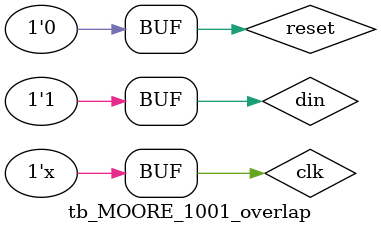
<source format=v>
module MOORE_1001_overlap (
    input din,clk,reset,output  y  
);
    parameter s1=3'b000,s2=s1+1'b1,s3=s2+1'b1,s4=s3+1'b1,s5=s4+1'b1;
    reg [2:0]cs,ns;

    always @(posedge clk ) begin
        if(reset)begin
            cs<=0;
        end
        else begin
            cs<=ns;
        end
    end

    always @(cs,din) begin
        case(cs) 
            s1: if(din==1) ns<=s2; else ns<=s1;
            s2: if(din==0) ns<=s3; else ns<=s2;
            s3: if(din==0) ns<=s4; else ns<=s2;
            s4: if(din==1) ns<=s5; else ns<=s1;
            s5: if(din==1) ns<=s1; else ns<=s3;
            default:ns<=s1;
        endcase
    end
    assign y=(cs==s5)?1:0;
endmodule //MOORE_1001_nonoverlap

module tb_MOORE_1001_overlap (
    
);
    reg din,clk,reset;
    wire y ;
    initial begin
        {clk,reset}=00;
        din=0;#10;
        din=1;#10;
        din=0;#10;
        din=0;#10;
        din=1;#10;
        din=0;#10;
        din=0;#10;
        din=1;#10;
        din=1;#10;
    end
    always #5 clk=~clk;
    MOORE_1001_overlap a1(din,clk,reset,y);
endmodule //MOORE_1001_nonoverlap


</source>
